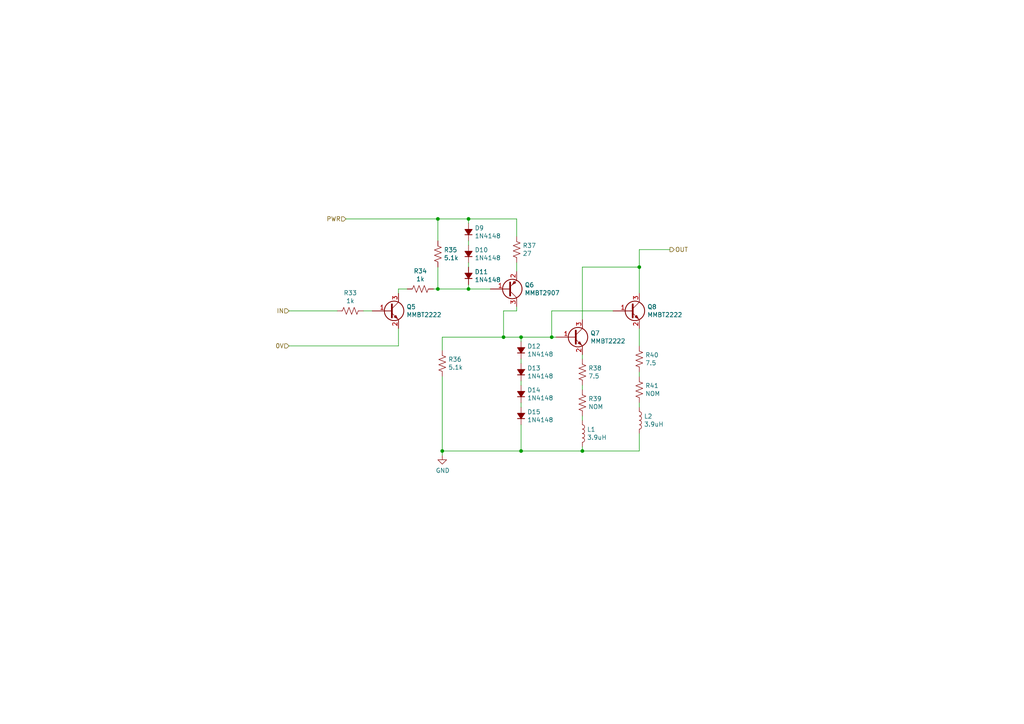
<source format=kicad_sch>
(kicad_sch (version 20211123) (generator eeschema)
  (paper "A4")
  (lib_symbols
    (symbol "Device:D_Small_Filled" (pin_numbers hide) (pin_names (offset 0.254) hide)
      (property "Reference" "D" (at -1.27 2.032 0))
      (property "Value" "D_Small_Filled" (at -3.81 -2.032 0))
      (symbol "D_Small_Filled_0_1"
        (polyline (pts (xy -0.762 -1.016) (xy -0.762 1.016)) (stroke (width 0.254)))
        (polyline (pts (xy -0.762 0) (xy 0.762 0)))
        (polyline (pts (xy 0.762 -1.016) (xy -0.762 0) (xy 0.762 1.016) (xy 0.762 -1.016)) (stroke (width 0.254)) (fill (type outline)))
      )
      (symbol "D_Small_Filled_1_1"
        (pin passive line (at -2.54 0 0) (length 1.778) (name "K") (number "1"))
        (pin passive line (at 2.54 0 180) (length 1.778) (name "A") (number "2"))
      )
    )
    (symbol "Device:L" (pin_numbers hide) (pin_names (offset 1.016) hide)
      (property "Reference" "L" (at -1.27 0 90))
      (property "Value" "L" (at 1.905 0 90))
      (symbol "L_0_1"
        (arc (start 0 -2.54) (mid 0.635 -1.905) (end 0 -1.27))
        (arc (start 0 -1.27) (mid 0.635 -0.635) (end 0 0))
        (arc (start 0 0) (mid 0.635 0.635) (end 0 1.27))
        (arc (start 0 1.27) (mid 0.635 1.905) (end 0 2.54))
      )
      (symbol "L_1_1"
        (pin passive line (at 0 3.81 270) (length 1.27) (name "1") (number "1"))
        (pin passive line (at 0 -3.81 90) (length 1.27) (name "2") (number "2"))
      )
    )
    (symbol "Device:Q_NPN_BEC" (pin_names (offset 0) hide)
      (property "Reference" "Q" (at 5.08 1.27 0))
      (property "Value" "Q_NPN_BEC" (at 5.08 -1.27 0))
      (symbol "Q_NPN_BEC_0_1"
        (polyline (pts (xy 0.635 0.635) (xy 2.54 2.54)))
        (polyline (pts (xy 0.635 -0.635) (xy 2.54 -2.54) (xy 2.54 -2.54)))
        (polyline (pts (xy 0.635 1.905) (xy 0.635 -1.905) (xy 0.635 -1.905)) (stroke (width 0.508)))
        (polyline (pts (xy 1.27 -1.778) (xy 1.778 -1.27) (xy 2.286 -2.286) (xy 1.27 -1.778) (xy 1.27 -1.778)) (fill (type outline)))
        (circle (center 1.27 0) (radius 2.8194) (stroke (width 0.254)))
      )
      (symbol "Q_NPN_BEC_1_1"
        (pin input line (at -5.08 0 0) (length 5.715) (name "B") (number "1"))
        (pin passive line (at 2.54 -5.08 90) (length 2.54) (name "E") (number "2"))
        (pin passive line (at 2.54 5.08 270) (length 2.54) (name "C") (number "3"))
      )
    )
    (symbol "Device:Q_PNP_BEC" (pin_names (offset 0) hide)
      (property "Reference" "Q" (at 5.08 1.27 0))
      (property "Value" "Q_PNP_BEC" (at 5.08 -1.27 0))
      (symbol "Q_PNP_BEC_0_1"
        (polyline (pts (xy 0.635 0.635) (xy 2.54 2.54)))
        (polyline (pts (xy 0.635 -0.635) (xy 2.54 -2.54) (xy 2.54 -2.54)))
        (polyline (pts (xy 0.635 1.905) (xy 0.635 -1.905) (xy 0.635 -1.905)) (stroke (width 0.508)))
        (polyline (pts (xy 2.286 -1.778) (xy 1.778 -2.286) (xy 1.27 -1.27) (xy 2.286 -1.778) (xy 2.286 -1.778)) (fill (type outline)))
        (circle (center 1.27 0) (radius 2.8194) (stroke (width 0.254)))
      )
      (symbol "Q_PNP_BEC_1_1"
        (pin input line (at -5.08 0 0) (length 5.715) (name "B") (number "1"))
        (pin passive line (at 2.54 -5.08 90) (length 2.54) (name "E") (number "2"))
        (pin passive line (at 2.54 5.08 270) (length 2.54) (name "C") (number "3"))
      )
    )
    (symbol "Device:R_US" (pin_numbers hide) (pin_names (offset 0))
      (property "Reference" "R" (at 2.54 0 90))
      (property "Value" "R_US" (at -2.54 0 90))
      (symbol "R_US_0_1"
        (polyline (pts (xy 0 -2.286) (xy 0 -2.54)))
        (polyline (pts (xy 0 2.286) (xy 0 2.54)))
        (polyline (pts (xy 0 -0.762) (xy 1.016 -1.143) (xy 0 -1.524) (xy -1.016 -1.905) (xy 0 -2.286)))
        (polyline (pts (xy 0 0.762) (xy 1.016 0.381) (xy 0 0) (xy -1.016 -0.381) (xy 0 -0.762)))
        (polyline (pts (xy 0 2.286) (xy 1.016 1.905) (xy 0 1.524) (xy -1.016 1.143) (xy 0 0.762)))
      )
      (symbol "R_US_1_1"
        (pin passive line (at 0 3.81 270) (length 1.27) (name "~") (number "1"))
        (pin passive line (at 0 -3.81 90) (length 1.27) (name "~") (number "2"))
      )
    )
    (symbol "power:GND" (power) (pin_names (offset 0))
      (property "Value" "GND" (at 0 -3.81 0))
      (symbol "GND_0_1"
        (polyline (pts (xy 0 0) (xy 0 -1.27) (xy 1.27 -1.27) (xy 0 -2.54) (xy -1.27 -1.27) (xy 0 -1.27)))
      )
      (symbol "GND_1_1"
        (pin power_in line (at 0 0 270) (length 0) hide (name "GND") (number "1"))
      )
    )
  )
  (junction (at 146.05 97.79))
  (junction (at 135.89 63.5))
  (junction (at 127 63.5))
  (junction (at 168.91 130.81))
  (junction (at 160.02 97.79))
  (junction (at 185.42 77.47))
  (junction (at 127 83.82))
  (junction (at 128.27 130.81))
  (junction (at 151.13 97.79))
  (junction (at 135.89 83.82))
  (junction (at 151.13 130.81))
  (wire (pts (xy 151.13 104.14) (xy 151.13 105.41)))
  (wire (pts (xy 128.27 97.79) (xy 146.05 97.79)))
  (wire (pts (xy 151.13 116.84) (xy 151.13 118.11)))
  (wire (pts (xy 125.73 83.82) (xy 127 83.82)))
  (wire (pts (xy 149.86 63.5) (xy 135.89 63.5)))
  (wire (pts (xy 185.42 109.22) (xy 185.42 107.95)))
  (wire (pts (xy 127 63.5) (xy 135.89 63.5)))
  (wire (pts (xy 185.42 95.25) (xy 185.42 100.33)))
  (wire (pts (xy 128.27 109.22) (xy 128.27 130.81)))
  (wire (pts (xy 151.13 97.79) (xy 160.02 97.79)))
  (wire (pts (xy 128.27 101.6) (xy 128.27 97.79)))
  (wire (pts (xy 185.42 130.81) (xy 185.42 125.73)))
  (wire (pts (xy 127 69.85) (xy 127 63.5)))
  (wire (pts (xy 135.89 83.82) (xy 135.89 82.55)))
  (wire (pts (xy 185.42 72.39) (xy 194.31 72.39)))
  (wire (pts (xy 149.86 68.58) (xy 149.86 63.5)))
  (wire (pts (xy 128.27 130.81) (xy 151.13 130.81)))
  (wire (pts (xy 135.89 83.82) (xy 142.24 83.82)))
  (wire (pts (xy 185.42 118.11) (xy 185.42 116.84)))
  (wire (pts (xy 151.13 110.49) (xy 151.13 111.76)))
  (wire (pts (xy 135.89 69.85) (xy 135.89 71.12)))
  (wire (pts (xy 151.13 130.81) (xy 151.13 123.19)))
  (wire (pts (xy 168.91 113.03) (xy 168.91 111.76)))
  (wire (pts (xy 135.89 63.5) (xy 135.89 64.77)))
  (wire (pts (xy 127 83.82) (xy 135.89 83.82)))
  (wire (pts (xy 160.02 97.79) (xy 160.02 90.17)))
  (wire (pts (xy 149.86 90.17) (xy 146.05 90.17)))
  (wire (pts (xy 128.27 130.81) (xy 128.27 132.08)))
  (wire (pts (xy 127 83.82) (xy 127 77.47)))
  (wire (pts (xy 168.91 130.81) (xy 185.42 130.81)))
  (wire (pts (xy 160.02 90.17) (xy 177.8 90.17)))
  (wire (pts (xy 168.91 102.87) (xy 168.91 104.14)))
  (wire (pts (xy 146.05 97.79) (xy 151.13 97.79)))
  (wire (pts (xy 115.57 85.09) (xy 115.57 83.82)))
  (wire (pts (xy 115.57 83.82) (xy 118.11 83.82)))
  (wire (pts (xy 115.57 100.33) (xy 83.82 100.33)))
  (wire (pts (xy 100.33 63.5) (xy 127 63.5)))
  (wire (pts (xy 149.86 76.2) (xy 149.86 78.74)))
  (wire (pts (xy 168.91 77.47) (xy 185.42 77.47)))
  (wire (pts (xy 168.91 92.71) (xy 168.91 77.47)))
  (wire (pts (xy 105.41 90.17) (xy 107.95 90.17)))
  (wire (pts (xy 168.91 130.81) (xy 168.91 129.54)))
  (wire (pts (xy 146.05 90.17) (xy 146.05 97.79)))
  (wire (pts (xy 151.13 97.79) (xy 151.13 99.06)))
  (wire (pts (xy 185.42 77.47) (xy 185.42 72.39)))
  (wire (pts (xy 160.02 97.79) (xy 161.29 97.79)))
  (wire (pts (xy 149.86 88.9) (xy 149.86 90.17)))
  (wire (pts (xy 115.57 95.25) (xy 115.57 100.33)))
  (wire (pts (xy 168.91 121.92) (xy 168.91 120.65)))
  (wire (pts (xy 83.82 90.17) (xy 97.79 90.17)))
  (wire (pts (xy 185.42 85.09) (xy 185.42 77.47)))
  (wire (pts (xy 135.89 76.2) (xy 135.89 77.47)))
  (wire (pts (xy 151.13 130.81) (xy 168.91 130.81)))
  (hierarchical_label "PWR" (shape input) (at 100.33 63.5 180))
  (hierarchical_label "OUT" (shape output) (at 194.31 72.39 0))
  (hierarchical_label "0V" (shape input) (at 83.82 100.33 180))
  (hierarchical_label "IN" (shape input) (at 83.82 90.17 180))
  (symbol (lib_id "Device:R_US") (at 101.6 90.17 270)
    (property "Reference" "R33" (at 101.6 84.963 90))
    (property "Value" "1k" (at 101.6 87.2744 90))
    (property "Footprint" "Resistor_SMD:R_0603_1608Metric" (effects hide))
  )
  (symbol (lib_id "Device:Q_NPN_BEC") (at 113.03 90.17 0)
    (property "Reference" "Q5" (at 117.8814 89.0016 0) (effects (justify left)))
    (property "Value" "MMBT2222" (at 117.8814 91.313 0) (effects (justify left)))
    (property "Footprint" "Package_TO_SOT_SMD:SOT-23" (effects hide))
    (property "Digikey" "https://www.digikey.com/en/products/detail/MMBT2222A-G/641-1942-1-ND/9477875" (effects hide))
    (property "Part Number" "MMBT2222A-G" (effects hide))
  )
  (symbol (lib_id "Device:R_US") (at 121.92 83.82 270)
    (property "Reference" "R34" (at 121.92 78.613 90))
    (property "Value" "1k" (at 121.92 80.9244 90))
    (property "Footprint" "Resistor_SMD:R_0603_1608Metric" (effects hide))
  )
  (symbol (lib_id "Device:R_US") (at 127 73.66 0)
    (property "Reference" "R35" (at 128.7272 72.4916 0) (effects (justify left)))
    (property "Value" "5.1k" (at 128.7272 74.803 0) (effects (justify left)))
    (property "Footprint" "Resistor_SMD:R_0603_1608Metric" (effects hide))
  )
  (symbol (lib_id "Device:D_Small_Filled") (at 135.89 80.01 90)
    (property "Reference" "D11" (at 137.668 78.8416 90) (effects (justify right)))
    (property "Value" "1N4148" (at 137.668 81.153 90) (effects (justify right)))
    (property "Footprint" "Diode_SMD:D_SOD-323" (effects hide))
    (property "Part Number" "1N4148WSTR" (effects hide))
    (property "Digikey" "https://www.digikey.com/en/products/detail/smc-diode-solutions/1N4148WSTR/6022449" (effects hide))
  )
  (symbol (lib_id "Device:D_Small_Filled") (at 135.89 73.66 90)
    (property "Reference" "D10" (at 137.668 72.4916 90) (effects (justify right)))
    (property "Value" "1N4148" (at 137.668 74.803 90) (effects (justify right)))
    (property "Footprint" "Diode_SMD:D_SOD-323" (effects hide))
    (property "Part Number" "1N4148WSTR" (effects hide))
    (property "Digikey" "https://www.digikey.com/en/products/detail/smc-diode-solutions/1N4148WSTR/6022449" (effects hide))
  )
  (symbol (lib_id "Device:D_Small_Filled") (at 135.89 67.31 90)
    (property "Reference" "D9" (at 137.668 66.1416 90) (effects (justify right)))
    (property "Value" "1N4148" (at 137.668 68.453 90) (effects (justify right)))
    (property "Footprint" "Diode_SMD:D_SOD-323" (effects hide))
    (property "Part Number" "1N4148WSTR" (effects hide))
    (property "Digikey" "https://www.digikey.com/en/products/detail/smc-diode-solutions/1N4148WSTR/6022449" (effects hide))
  )
  (symbol (lib_id "Device:Q_PNP_BEC") (at 147.32 83.82 0) (mirror x)
    (property "Reference" "Q6" (at 152.1714 82.6516 0) (effects (justify left)))
    (property "Value" "MMBT2907" (at 152.1714 84.963 0) (effects (justify left)))
    (property "Footprint" "Package_TO_SOT_SMD:SOT-23" (effects hide))
    (property "Digikey" "https://www.digikey.com/en/products/detail/MMBT2907A-G/641-1952-1-ND/9477883" (effects hide))
    (property "Part Number" "MMBT2907A-G" (effects hide))
  )
  (symbol (lib_id "Device:R_US") (at 149.86 72.39 0)
    (property "Reference" "R37" (at 151.5872 71.2216 0) (effects (justify left)))
    (property "Value" "27" (at 151.5872 73.533 0) (effects (justify left)))
    (property "Footprint" "Resistor_SMD:R_0603_1608Metric" (effects hide))
  )
  (symbol (lib_id "Device:D_Small_Filled") (at 151.13 114.3 90)
    (property "Reference" "D14" (at 152.908 113.1316 90) (effects (justify right)))
    (property "Value" "1N4148" (at 152.908 115.443 90) (effects (justify right)))
    (property "Footprint" "Diode_SMD:D_SOD-323" (effects hide))
    (property "Part Number" "1N4148WSTR" (effects hide))
    (property "Digikey" "https://www.digikey.com/en/products/detail/smc-diode-solutions/1N4148WSTR/6022449" (effects hide))
  )
  (symbol (lib_id "Device:D_Small_Filled") (at 151.13 107.95 90)
    (property "Reference" "D13" (at 152.908 106.7816 90) (effects (justify right)))
    (property "Value" "1N4148" (at 152.908 109.093 90) (effects (justify right)))
    (property "Footprint" "Diode_SMD:D_SOD-323" (effects hide))
    (property "Part Number" "1N4148WSTR" (effects hide))
    (property "Digikey" "https://www.digikey.com/en/products/detail/smc-diode-solutions/1N4148WSTR/6022449" (effects hide))
  )
  (symbol (lib_id "Device:D_Small_Filled") (at 151.13 101.6 90)
    (property "Reference" "D12" (at 152.908 100.4316 90) (effects (justify right)))
    (property "Value" "1N4148" (at 152.908 102.743 90) (effects (justify right)))
    (property "Footprint" "Diode_SMD:D_SOD-323" (effects hide))
    (property "Part Number" "1N4148WSTR" (effects hide))
    (property "Digikey" "https://www.digikey.com/en/products/detail/smc-diode-solutions/1N4148WSTR/6022449" (effects hide))
  )
  (symbol (lib_id "Device:D_Small_Filled") (at 151.13 120.65 90)
    (property "Reference" "D15" (at 152.908 119.4816 90) (effects (justify right)))
    (property "Value" "1N4148" (at 152.908 121.793 90) (effects (justify right)))
    (property "Footprint" "Diode_SMD:D_SOD-323" (effects hide))
    (property "Part Number" "1N4148WSTR" (effects hide))
    (property "Digikey" "https://www.digikey.com/en/products/detail/smc-diode-solutions/1N4148WSTR/6022449" (effects hide))
  )
  (symbol (lib_id "Device:R_US") (at 128.27 105.41 0)
    (property "Reference" "R36" (at 129.9972 104.2416 0) (effects (justify left)))
    (property "Value" "5.1k" (at 129.9972 106.553 0) (effects (justify left)))
    (property "Footprint" "Resistor_SMD:R_0603_1608Metric" (effects hide))
  )
  (symbol (lib_id "power:GND") (at 128.27 132.08 0)
    (property "Reference" "#PWR042" (effects hide))
    (property "Value" "GND" (at 128.397 136.4742 0))
  )
  (symbol (lib_id "Device:Q_NPN_BEC") (at 166.37 97.79 0)
    (property "Reference" "Q7" (at 171.2214 96.6216 0) (effects (justify left)))
    (property "Value" "MMBT2222" (at 171.2214 98.933 0) (effects (justify left)))
    (property "Footprint" "Package_TO_SOT_SMD:SOT-23" (effects hide))
    (property "Digikey" "https://www.digikey.com/en/products/detail/MMBT2222A-G/641-1942-1-ND/9477875" (effects hide))
    (property "Part Number" "MMBT2222A-G" (effects hide))
  )
  (symbol (lib_id "Device:Q_NPN_BEC") (at 182.88 90.17 0)
    (property "Reference" "Q8" (at 187.7314 89.0016 0) (effects (justify left)))
    (property "Value" "MMBT2222" (at 187.7314 91.313 0) (effects (justify left)))
    (property "Footprint" "Package_TO_SOT_SMD:SOT-23" (effects hide))
    (property "Digikey" "https://www.digikey.com/en/products/detail/MMBT2222A-G/641-1942-1-ND/9477875" (effects hide))
    (property "Part Number" "MMBT2222A-G" (effects hide))
  )
  (symbol (lib_id "Device:R_US") (at 168.91 107.95 0)
    (property "Reference" "R38" (at 170.6372 106.7816 0) (effects (justify left)))
    (property "Value" "7.5" (at 170.6372 109.093 0) (effects (justify left)))
    (property "Footprint" "Resistor_SMD:R_0805_2012Metric" (effects hide))
  )
  (symbol (lib_id "Device:L") (at 168.91 125.73 0)
    (property "Reference" "L1" (at 170.2562 124.5616 0) (effects (justify left)))
    (property "Value" "3.9uH" (at 170.2562 126.873 0) (effects (justify left)))
    (property "Footprint" "Inductor_SMD:L_1812_4532Metric" (effects hide))
    (property "DCR" "0.9" (effects hide))
    (property "Digikey" "https://www.digikey.com/en/products/detail/api-delevan-inc/1812R-392J/1115314" (effects hide))
    (property "Part Number" "1812R-392J" (effects hide))
    (property "Rating" "472mA" (effects hide))
    (property "Tolerance" "5%" (effects hide))
  )
  (symbol (lib_id "Device:R_US") (at 185.42 104.14 0)
    (property "Reference" "R40" (at 187.1472 102.9716 0) (effects (justify left)))
    (property "Value" "7.5" (at 187.1472 105.283 0) (effects (justify left)))
    (property "Footprint" "Resistor_SMD:R_0805_2012Metric" (effects hide))
  )
  (symbol (lib_id "Device:L") (at 185.42 121.92 0)
    (property "Reference" "L2" (at 186.7662 120.7516 0) (effects (justify left)))
    (property "Value" "3.9uH" (at 186.7662 123.063 0) (effects (justify left)))
    (property "Footprint" "Inductor_SMD:L_1812_4532Metric" (effects hide))
    (property "DCR" "0.9" (effects hide))
    (property "Digikey" "https://www.digikey.com/en/products/detail/api-delevan-inc/1812R-392J/1115314" (effects hide))
    (property "Part Number" "1812R-392J" (effects hide))
    (property "Rating" "472mA" (effects hide))
    (property "Tolerance" "5%" (effects hide))
  )
  (symbol (lib_id "Device:R_US") (at 168.91 116.84 0)
    (property "Reference" "R39" (at 170.6372 115.6716 0) (effects (justify left)))
    (property "Value" "NOM" (at 170.6372 117.983 0) (effects (justify left)))
    (property "Footprint" "Resistor_SMD:R_0603_1608Metric" (effects hide))
  )
  (symbol (lib_id "Device:R_US") (at 185.42 113.03 0)
    (property "Reference" "R41" (at 187.1472 111.8616 0) (effects (justify left)))
    (property "Value" "NOM" (at 187.1472 114.173 0) (effects (justify left)))
    (property "Footprint" "Resistor_SMD:R_0603_1608Metric" (effects hide))
  )
)
</source>
